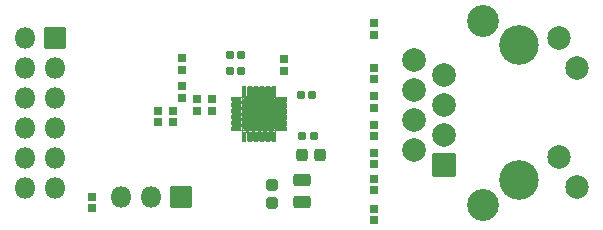
<source format=gbr>
G04 #@! TF.GenerationSoftware,KiCad,Pcbnew,6.0.4-6f826c9f35~116~ubuntu20.04.1*
G04 #@! TF.CreationDate,2022-05-16T14:00:24-07:00*
G04 #@! TF.ProjectId,ethernet-pmod,65746865-726e-4657-942d-706d6f642e6b,1.0*
G04 #@! TF.SameCoordinates,Original*
G04 #@! TF.FileFunction,Soldermask,Top*
G04 #@! TF.FilePolarity,Negative*
%FSLAX46Y46*%
G04 Gerber Fmt 4.6, Leading zero omitted, Abs format (unit mm)*
G04 Created by KiCad (PCBNEW 6.0.4-6f826c9f35~116~ubuntu20.04.1) date 2022-05-16 14:00:24*
%MOMM*%
%LPD*%
G01*
G04 APERTURE LIST*
G04 Aperture macros list*
%AMRoundRect*
0 Rectangle with rounded corners*
0 $1 Rounding radius*
0 $2 $3 $4 $5 $6 $7 $8 $9 X,Y pos of 4 corners*
0 Add a 4 corners polygon primitive as box body*
4,1,4,$2,$3,$4,$5,$6,$7,$8,$9,$2,$3,0*
0 Add four circle primitives for the rounded corners*
1,1,$1+$1,$2,$3*
1,1,$1+$1,$4,$5*
1,1,$1+$1,$6,$7*
1,1,$1+$1,$8,$9*
0 Add four rect primitives between the rounded corners*
20,1,$1+$1,$2,$3,$4,$5,0*
20,1,$1+$1,$4,$5,$6,$7,0*
20,1,$1+$1,$6,$7,$8,$9,0*
20,1,$1+$1,$8,$9,$2,$3,0*%
G04 Aperture macros list end*
%ADD10RoundRect,0.051000X-1.300000X1.300000X-1.300000X-1.300000X1.300000X-1.300000X1.300000X1.300000X0*%
%ADD11RoundRect,0.113500X-0.350000X0.062500X-0.350000X-0.062500X0.350000X-0.062500X0.350000X0.062500X0*%
%ADD12RoundRect,0.113500X-0.062500X0.350000X-0.062500X-0.350000X0.062500X-0.350000X0.062500X0.350000X0*%
%ADD13RoundRect,0.051000X-0.850000X-0.850000X0.850000X-0.850000X0.850000X0.850000X-0.850000X0.850000X0*%
%ADD14O,1.802000X1.802000*%
%ADD15RoundRect,0.198500X-0.147500X-0.172500X0.147500X-0.172500X0.147500X0.172500X-0.147500X0.172500X0*%
%ADD16RoundRect,0.198500X-0.172500X0.147500X-0.172500X-0.147500X0.172500X-0.147500X0.172500X0.147500X0*%
%ADD17RoundRect,0.198500X0.172500X-0.147500X0.172500X0.147500X-0.172500X0.147500X-0.172500X-0.147500X0*%
%ADD18RoundRect,0.269750X0.218750X0.256250X-0.218750X0.256250X-0.218750X-0.256250X0.218750X-0.256250X0*%
%ADD19RoundRect,0.269750X-0.256250X0.218750X-0.256250X-0.218750X0.256250X-0.218750X0.256250X0.218750X0*%
%ADD20RoundRect,0.294750X0.456250X-0.243750X0.456250X0.243750X-0.456250X0.243750X-0.456250X-0.243750X0*%
%ADD21C,2.002000*%
%ADD22RoundRect,0.051000X0.950000X-0.950000X0.950000X0.950000X-0.950000X0.950000X-0.950000X-0.950000X0*%
%ADD23C,1.992000*%
%ADD24C,2.702000*%
%ADD25C,3.352000*%
%ADD26RoundRect,0.198500X0.147500X0.172500X-0.147500X0.172500X-0.147500X-0.172500X0.147500X-0.172500X0*%
%ADD27RoundRect,0.051000X-0.850000X0.850000X-0.850000X-0.850000X0.850000X-0.850000X0.850000X0.850000X0*%
G04 APERTURE END LIST*
D10*
X72600000Y-63600000D03*
D11*
X74537500Y-62350000D03*
X74537500Y-62850000D03*
X74537500Y-63350000D03*
X74537500Y-63850000D03*
X74537500Y-64350000D03*
X74537500Y-64850000D03*
D12*
X73850000Y-65537500D03*
X73350000Y-65537500D03*
X72850000Y-65537500D03*
X72350000Y-65537500D03*
X71850000Y-65537500D03*
X71350000Y-65537500D03*
D11*
X70662500Y-64850000D03*
X70662500Y-64350000D03*
X70662500Y-63850000D03*
X70662500Y-63350000D03*
X70662500Y-62850000D03*
X70662500Y-62350000D03*
D12*
X71350000Y-61662500D03*
X71850000Y-61662500D03*
X72350000Y-61662500D03*
X72850000Y-61662500D03*
X73350000Y-61662500D03*
X73850000Y-61662500D03*
D13*
X55308500Y-57150000D03*
D14*
X55308500Y-59690000D03*
X55308500Y-62230000D03*
X55308500Y-64770000D03*
X55308500Y-67310000D03*
X55308500Y-69850000D03*
X52768500Y-57150000D03*
X52768500Y-59690000D03*
X52768500Y-62230000D03*
X52768500Y-64770000D03*
X52768500Y-67310000D03*
X52768500Y-69850000D03*
D15*
X70115000Y-60000000D03*
X71085000Y-60000000D03*
D16*
X67360650Y-62364789D03*
X67360650Y-63334789D03*
X74676000Y-58974000D03*
X74676000Y-59944000D03*
D17*
X82296000Y-69111000D03*
X82296000Y-70081000D03*
D15*
X70115000Y-58600000D03*
X71085000Y-58600000D03*
D18*
X76200000Y-67056000D03*
X77775000Y-67056000D03*
D19*
X73660000Y-69596000D03*
X73660000Y-71171000D03*
D20*
X76200000Y-71041500D03*
X76200000Y-69166500D03*
D21*
X85725000Y-59055000D03*
X88265000Y-60325000D03*
X85725000Y-61595000D03*
X88265000Y-62865000D03*
X85725000Y-64135000D03*
X88265000Y-65405000D03*
X85725000Y-66675000D03*
D22*
X88265000Y-67945000D03*
D23*
X99505000Y-69825000D03*
X97985000Y-67285000D03*
X99505000Y-59715000D03*
X97985000Y-57175000D03*
D24*
X91555000Y-55725000D03*
X91555000Y-71275000D03*
D25*
X94605000Y-69215000D03*
X94605000Y-57785000D03*
D16*
X82296000Y-64515000D03*
X82296000Y-65485000D03*
X82296000Y-59715000D03*
X82296000Y-60685000D03*
D17*
X82296000Y-63085000D03*
X82296000Y-62115000D03*
D15*
X76115000Y-62000000D03*
X77085000Y-62000000D03*
D17*
X82296000Y-72621000D03*
X82296000Y-71651000D03*
X66039251Y-62216781D03*
X66039251Y-61246781D03*
D16*
X66048934Y-58906591D03*
X66048934Y-59876591D03*
X64000743Y-63327326D03*
X64000743Y-64297326D03*
X65262674Y-63327326D03*
X65262674Y-64297326D03*
X82296000Y-55926000D03*
X82296000Y-56896000D03*
D26*
X77216000Y-65509000D03*
X76246000Y-65509000D03*
D17*
X58400000Y-71570000D03*
X58400000Y-70600000D03*
X82296000Y-67885000D03*
X82296000Y-66915000D03*
D27*
X65940000Y-70600000D03*
D14*
X63400000Y-70600000D03*
X60860000Y-70600000D03*
D16*
X68627228Y-63337560D03*
X68627228Y-62367560D03*
G36*
X73503894Y-61245456D02*
G01*
X73550945Y-61284777D01*
X73619661Y-61293408D01*
X73682291Y-61263444D01*
X73689798Y-61254781D01*
X73691688Y-61254127D01*
X73693199Y-61255437D01*
X73692972Y-61257202D01*
X73684525Y-61269844D01*
X73676000Y-61312699D01*
X73676000Y-62012301D01*
X73684525Y-62055156D01*
X73708685Y-62091315D01*
X73744844Y-62115475D01*
X73787699Y-62124000D01*
X73912301Y-62124000D01*
X73955156Y-62115475D01*
X73991315Y-62091315D01*
X74015475Y-62055156D01*
X74018136Y-62041781D01*
X74019455Y-62040277D01*
X74021417Y-62040667D01*
X74022090Y-62041993D01*
X74027555Y-62103067D01*
X74070042Y-62157761D01*
X74135515Y-62180860D01*
X74146950Y-62180043D01*
X74148749Y-62180917D01*
X74148892Y-62182912D01*
X74147483Y-62184000D01*
X74144844Y-62184525D01*
X74108685Y-62208685D01*
X74084525Y-62244844D01*
X74076000Y-62287699D01*
X74076000Y-62412301D01*
X74084525Y-62455156D01*
X74108685Y-62491315D01*
X74144844Y-62515475D01*
X74187699Y-62524000D01*
X74887301Y-62524000D01*
X74930156Y-62515475D01*
X74951898Y-62500948D01*
X74953894Y-62500817D01*
X74955005Y-62502480D01*
X74954544Y-62503894D01*
X74915223Y-62550945D01*
X74906592Y-62619661D01*
X74936556Y-62682291D01*
X74945219Y-62689798D01*
X74945873Y-62691688D01*
X74944563Y-62693199D01*
X74942798Y-62692972D01*
X74930156Y-62684525D01*
X74887301Y-62676000D01*
X74187699Y-62676000D01*
X74144844Y-62684525D01*
X74108685Y-62708685D01*
X74084525Y-62744844D01*
X74076000Y-62787699D01*
X74076000Y-62912301D01*
X74084525Y-62955156D01*
X74108685Y-62991315D01*
X74144844Y-63015475D01*
X74187699Y-63024000D01*
X74887301Y-63024000D01*
X74930156Y-63015475D01*
X74951898Y-63000948D01*
X74953894Y-63000817D01*
X74955005Y-63002480D01*
X74954544Y-63003894D01*
X74915223Y-63050945D01*
X74906592Y-63119661D01*
X74936556Y-63182291D01*
X74945219Y-63189798D01*
X74945873Y-63191688D01*
X74944563Y-63193199D01*
X74942798Y-63192972D01*
X74930156Y-63184525D01*
X74887301Y-63176000D01*
X74187699Y-63176000D01*
X74144844Y-63184525D01*
X74108685Y-63208685D01*
X74084525Y-63244844D01*
X74076000Y-63287699D01*
X74076000Y-63412301D01*
X74084525Y-63455156D01*
X74108685Y-63491315D01*
X74144844Y-63515475D01*
X74187699Y-63524000D01*
X74887301Y-63524000D01*
X74930156Y-63515475D01*
X74951898Y-63500948D01*
X74953894Y-63500817D01*
X74955005Y-63502480D01*
X74954544Y-63503894D01*
X74915223Y-63550945D01*
X74906592Y-63619661D01*
X74936556Y-63682291D01*
X74945219Y-63689798D01*
X74945873Y-63691688D01*
X74944563Y-63693199D01*
X74942798Y-63692972D01*
X74930156Y-63684525D01*
X74887301Y-63676000D01*
X74187699Y-63676000D01*
X74144844Y-63684525D01*
X74108685Y-63708685D01*
X74084525Y-63744844D01*
X74076000Y-63787699D01*
X74076000Y-63912301D01*
X74084525Y-63955156D01*
X74108685Y-63991315D01*
X74144844Y-64015475D01*
X74187699Y-64024000D01*
X74887301Y-64024000D01*
X74930156Y-64015475D01*
X74951898Y-64000948D01*
X74953894Y-64000817D01*
X74955005Y-64002480D01*
X74954544Y-64003894D01*
X74915223Y-64050945D01*
X74906592Y-64119661D01*
X74936556Y-64182291D01*
X74945219Y-64189798D01*
X74945873Y-64191688D01*
X74944563Y-64193199D01*
X74942798Y-64192972D01*
X74930156Y-64184525D01*
X74887301Y-64176000D01*
X74187699Y-64176000D01*
X74144844Y-64184525D01*
X74108685Y-64208685D01*
X74084525Y-64244844D01*
X74076000Y-64287699D01*
X74076000Y-64412301D01*
X74084525Y-64455156D01*
X74108685Y-64491315D01*
X74144844Y-64515475D01*
X74187699Y-64524000D01*
X74887301Y-64524000D01*
X74930156Y-64515475D01*
X74951898Y-64500948D01*
X74953894Y-64500817D01*
X74955005Y-64502480D01*
X74954544Y-64503894D01*
X74915223Y-64550945D01*
X74906592Y-64619661D01*
X74936556Y-64682291D01*
X74945219Y-64689798D01*
X74945873Y-64691688D01*
X74944563Y-64693199D01*
X74942798Y-64692972D01*
X74930156Y-64684525D01*
X74887301Y-64676000D01*
X74187699Y-64676000D01*
X74144844Y-64684525D01*
X74108685Y-64708685D01*
X74084525Y-64744844D01*
X74076000Y-64787699D01*
X74076000Y-64912301D01*
X74084525Y-64955156D01*
X74108685Y-64991315D01*
X74144844Y-65015475D01*
X74158219Y-65018136D01*
X74159723Y-65019455D01*
X74159333Y-65021417D01*
X74158007Y-65022090D01*
X74096933Y-65027555D01*
X74042239Y-65070042D01*
X74019140Y-65135515D01*
X74019957Y-65146950D01*
X74019083Y-65148749D01*
X74017088Y-65148892D01*
X74016000Y-65147483D01*
X74015475Y-65144844D01*
X73991315Y-65108685D01*
X73955156Y-65084525D01*
X73912301Y-65076000D01*
X73787699Y-65076000D01*
X73744844Y-65084525D01*
X73708685Y-65108685D01*
X73684525Y-65144844D01*
X73676000Y-65187699D01*
X73676000Y-65887301D01*
X73684525Y-65930156D01*
X73699052Y-65951898D01*
X73699183Y-65953894D01*
X73697520Y-65955005D01*
X73696106Y-65954544D01*
X73649055Y-65915223D01*
X73580339Y-65906592D01*
X73517709Y-65936556D01*
X73510202Y-65945219D01*
X73508312Y-65945873D01*
X73506801Y-65944563D01*
X73507028Y-65942798D01*
X73515475Y-65930156D01*
X73524000Y-65887301D01*
X73524000Y-65187699D01*
X73515475Y-65144844D01*
X73491315Y-65108685D01*
X73455156Y-65084525D01*
X73412301Y-65076000D01*
X73287699Y-65076000D01*
X73244844Y-65084525D01*
X73208685Y-65108685D01*
X73184525Y-65144844D01*
X73176000Y-65187699D01*
X73176000Y-65887301D01*
X73184525Y-65930156D01*
X73199052Y-65951898D01*
X73199183Y-65953894D01*
X73197520Y-65955005D01*
X73196106Y-65954544D01*
X73149055Y-65915223D01*
X73080339Y-65906592D01*
X73017709Y-65936556D01*
X73010202Y-65945219D01*
X73008312Y-65945873D01*
X73006801Y-65944563D01*
X73007028Y-65942798D01*
X73015475Y-65930156D01*
X73024000Y-65887301D01*
X73024000Y-65187699D01*
X73015475Y-65144844D01*
X72991315Y-65108685D01*
X72955156Y-65084525D01*
X72912301Y-65076000D01*
X72787699Y-65076000D01*
X72744844Y-65084525D01*
X72708685Y-65108685D01*
X72684525Y-65144844D01*
X72676000Y-65187699D01*
X72676000Y-65887301D01*
X72684525Y-65930156D01*
X72699052Y-65951898D01*
X72699183Y-65953894D01*
X72697520Y-65955005D01*
X72696106Y-65954544D01*
X72649055Y-65915223D01*
X72580339Y-65906592D01*
X72517709Y-65936556D01*
X72510202Y-65945219D01*
X72508312Y-65945873D01*
X72506801Y-65944563D01*
X72507028Y-65942798D01*
X72515475Y-65930156D01*
X72524000Y-65887301D01*
X72524000Y-65187699D01*
X72515475Y-65144844D01*
X72491315Y-65108685D01*
X72455156Y-65084525D01*
X72412301Y-65076000D01*
X72287699Y-65076000D01*
X72244844Y-65084525D01*
X72208685Y-65108685D01*
X72184525Y-65144844D01*
X72176000Y-65187699D01*
X72176000Y-65887301D01*
X72184525Y-65930156D01*
X72199052Y-65951898D01*
X72199183Y-65953894D01*
X72197520Y-65955005D01*
X72196106Y-65954544D01*
X72149055Y-65915223D01*
X72080339Y-65906592D01*
X72017709Y-65936556D01*
X72010202Y-65945219D01*
X72008312Y-65945873D01*
X72006801Y-65944563D01*
X72007028Y-65942798D01*
X72015475Y-65930156D01*
X72024000Y-65887301D01*
X72024000Y-65187699D01*
X72015475Y-65144844D01*
X71991315Y-65108685D01*
X71955156Y-65084525D01*
X71912301Y-65076000D01*
X71787699Y-65076000D01*
X71744844Y-65084525D01*
X71708685Y-65108685D01*
X71684525Y-65144844D01*
X71676000Y-65187699D01*
X71676000Y-65887301D01*
X71684525Y-65930156D01*
X71699052Y-65951898D01*
X71699183Y-65953894D01*
X71697520Y-65955005D01*
X71696106Y-65954544D01*
X71649055Y-65915223D01*
X71580339Y-65906592D01*
X71517709Y-65936556D01*
X71510202Y-65945219D01*
X71508312Y-65945873D01*
X71506801Y-65944563D01*
X71507028Y-65942798D01*
X71515475Y-65930156D01*
X71524000Y-65887301D01*
X71524000Y-65187699D01*
X71515475Y-65144844D01*
X71491315Y-65108685D01*
X71455156Y-65084525D01*
X71412301Y-65076000D01*
X71287699Y-65076000D01*
X71244844Y-65084525D01*
X71208685Y-65108685D01*
X71184525Y-65144844D01*
X71181864Y-65158219D01*
X71180545Y-65159723D01*
X71178583Y-65159333D01*
X71177910Y-65158007D01*
X71172445Y-65096933D01*
X71129958Y-65042239D01*
X71064485Y-65019140D01*
X71053050Y-65019957D01*
X71051251Y-65019083D01*
X71051108Y-65017088D01*
X71052517Y-65016000D01*
X71055156Y-65015475D01*
X71091315Y-64991315D01*
X71115475Y-64955156D01*
X71124000Y-64912301D01*
X71124000Y-64899801D01*
X71251000Y-64899801D01*
X71254767Y-64918738D01*
X71265380Y-64934620D01*
X71281262Y-64945233D01*
X71300199Y-64949000D01*
X73899801Y-64949000D01*
X73918738Y-64945233D01*
X73934620Y-64934620D01*
X73945233Y-64918738D01*
X73949000Y-64899801D01*
X73949000Y-62300199D01*
X73945233Y-62281262D01*
X73934620Y-62265380D01*
X73918738Y-62254767D01*
X73899801Y-62251000D01*
X71300199Y-62251000D01*
X71281262Y-62254767D01*
X71265380Y-62265380D01*
X71254767Y-62281262D01*
X71251000Y-62300199D01*
X71251000Y-64899801D01*
X71124000Y-64899801D01*
X71124000Y-64787699D01*
X71115475Y-64744844D01*
X71091315Y-64708685D01*
X71055156Y-64684525D01*
X71012301Y-64676000D01*
X70312699Y-64676000D01*
X70269844Y-64684525D01*
X70248102Y-64699052D01*
X70246106Y-64699183D01*
X70244995Y-64697520D01*
X70245456Y-64696106D01*
X70284777Y-64649055D01*
X70293408Y-64580339D01*
X70263444Y-64517709D01*
X70254781Y-64510202D01*
X70254127Y-64508312D01*
X70255437Y-64506801D01*
X70257202Y-64507028D01*
X70269844Y-64515475D01*
X70312699Y-64524000D01*
X71012301Y-64524000D01*
X71055156Y-64515475D01*
X71091315Y-64491315D01*
X71115475Y-64455156D01*
X71124000Y-64412301D01*
X71124000Y-64287699D01*
X71115475Y-64244844D01*
X71091315Y-64208685D01*
X71055156Y-64184525D01*
X71012301Y-64176000D01*
X70312699Y-64176000D01*
X70269844Y-64184525D01*
X70248102Y-64199052D01*
X70246106Y-64199183D01*
X70244995Y-64197520D01*
X70245456Y-64196106D01*
X70284777Y-64149055D01*
X70293408Y-64080339D01*
X70263444Y-64017709D01*
X70254781Y-64010202D01*
X70254127Y-64008312D01*
X70255437Y-64006801D01*
X70257202Y-64007028D01*
X70269844Y-64015475D01*
X70312699Y-64024000D01*
X71012301Y-64024000D01*
X71055156Y-64015475D01*
X71091315Y-63991315D01*
X71115475Y-63955156D01*
X71124000Y-63912301D01*
X71124000Y-63787699D01*
X71115475Y-63744844D01*
X71091315Y-63708685D01*
X71055156Y-63684525D01*
X71012301Y-63676000D01*
X70312699Y-63676000D01*
X70269844Y-63684525D01*
X70248102Y-63699052D01*
X70246106Y-63699183D01*
X70244995Y-63697520D01*
X70245456Y-63696106D01*
X70284777Y-63649055D01*
X70293408Y-63580339D01*
X70263444Y-63517709D01*
X70254781Y-63510202D01*
X70254127Y-63508312D01*
X70255437Y-63506801D01*
X70257202Y-63507028D01*
X70269844Y-63515475D01*
X70312699Y-63524000D01*
X71012301Y-63524000D01*
X71055156Y-63515475D01*
X71091315Y-63491315D01*
X71115475Y-63455156D01*
X71124000Y-63412301D01*
X71124000Y-63287699D01*
X71115475Y-63244844D01*
X71091315Y-63208685D01*
X71055156Y-63184525D01*
X71012301Y-63176000D01*
X70312699Y-63176000D01*
X70269844Y-63184525D01*
X70248102Y-63199052D01*
X70246106Y-63199183D01*
X70244995Y-63197520D01*
X70245456Y-63196106D01*
X70284777Y-63149055D01*
X70293408Y-63080339D01*
X70263444Y-63017709D01*
X70254781Y-63010202D01*
X70254127Y-63008312D01*
X70255437Y-63006801D01*
X70257202Y-63007028D01*
X70269844Y-63015475D01*
X70312699Y-63024000D01*
X71012301Y-63024000D01*
X71055156Y-63015475D01*
X71091315Y-62991315D01*
X71115475Y-62955156D01*
X71124000Y-62912301D01*
X71124000Y-62787699D01*
X71115475Y-62744844D01*
X71091315Y-62708685D01*
X71055156Y-62684525D01*
X71012301Y-62676000D01*
X70312699Y-62676000D01*
X70269844Y-62684525D01*
X70248102Y-62699052D01*
X70246106Y-62699183D01*
X70244995Y-62697520D01*
X70245456Y-62696106D01*
X70284777Y-62649055D01*
X70293408Y-62580339D01*
X70263444Y-62517709D01*
X70254781Y-62510202D01*
X70254127Y-62508312D01*
X70255437Y-62506801D01*
X70257202Y-62507028D01*
X70269844Y-62515475D01*
X70312699Y-62524000D01*
X71012301Y-62524000D01*
X71055156Y-62515475D01*
X71091315Y-62491315D01*
X71115475Y-62455156D01*
X71124000Y-62412301D01*
X71124000Y-62287699D01*
X71115475Y-62244844D01*
X71091315Y-62208685D01*
X71055156Y-62184525D01*
X71041781Y-62181864D01*
X71040277Y-62180545D01*
X71040667Y-62178583D01*
X71041993Y-62177910D01*
X71103067Y-62172445D01*
X71157761Y-62129958D01*
X71180860Y-62064485D01*
X71180043Y-62053050D01*
X71180917Y-62051251D01*
X71182912Y-62051108D01*
X71184000Y-62052517D01*
X71184525Y-62055156D01*
X71208685Y-62091315D01*
X71244844Y-62115475D01*
X71287699Y-62124000D01*
X71412301Y-62124000D01*
X71455156Y-62115475D01*
X71491315Y-62091315D01*
X71515475Y-62055156D01*
X71524000Y-62012301D01*
X71524000Y-61312699D01*
X71515475Y-61269844D01*
X71500948Y-61248102D01*
X71500817Y-61246106D01*
X71502480Y-61244995D01*
X71503894Y-61245456D01*
X71550945Y-61284777D01*
X71619661Y-61293408D01*
X71682291Y-61263444D01*
X71689798Y-61254781D01*
X71691688Y-61254127D01*
X71693199Y-61255437D01*
X71692972Y-61257202D01*
X71684525Y-61269844D01*
X71676000Y-61312699D01*
X71676000Y-62012301D01*
X71684525Y-62055156D01*
X71708685Y-62091315D01*
X71744844Y-62115475D01*
X71787699Y-62124000D01*
X71912301Y-62124000D01*
X71955156Y-62115475D01*
X71991315Y-62091315D01*
X72015475Y-62055156D01*
X72024000Y-62012301D01*
X72024000Y-61312699D01*
X72015475Y-61269844D01*
X72000948Y-61248102D01*
X72000817Y-61246106D01*
X72002480Y-61244995D01*
X72003894Y-61245456D01*
X72050945Y-61284777D01*
X72119661Y-61293408D01*
X72182291Y-61263444D01*
X72189798Y-61254781D01*
X72191688Y-61254127D01*
X72193199Y-61255437D01*
X72192972Y-61257202D01*
X72184525Y-61269844D01*
X72176000Y-61312699D01*
X72176000Y-62012301D01*
X72184525Y-62055156D01*
X72208685Y-62091315D01*
X72244844Y-62115475D01*
X72287699Y-62124000D01*
X72412301Y-62124000D01*
X72455156Y-62115475D01*
X72491315Y-62091315D01*
X72515475Y-62055156D01*
X72524000Y-62012301D01*
X72524000Y-61312699D01*
X72515475Y-61269844D01*
X72500948Y-61248102D01*
X72500817Y-61246106D01*
X72502480Y-61244995D01*
X72503894Y-61245456D01*
X72550945Y-61284777D01*
X72619661Y-61293408D01*
X72682291Y-61263444D01*
X72689798Y-61254781D01*
X72691688Y-61254127D01*
X72693199Y-61255437D01*
X72692972Y-61257202D01*
X72684525Y-61269844D01*
X72676000Y-61312699D01*
X72676000Y-62012301D01*
X72684525Y-62055156D01*
X72708685Y-62091315D01*
X72744844Y-62115475D01*
X72787699Y-62124000D01*
X72912301Y-62124000D01*
X72955156Y-62115475D01*
X72991315Y-62091315D01*
X73015475Y-62055156D01*
X73024000Y-62012301D01*
X73024000Y-61312699D01*
X73015475Y-61269844D01*
X73000948Y-61248102D01*
X73000817Y-61246106D01*
X73002480Y-61244995D01*
X73003894Y-61245456D01*
X73050945Y-61284777D01*
X73119661Y-61293408D01*
X73182291Y-61263444D01*
X73189798Y-61254781D01*
X73191688Y-61254127D01*
X73193199Y-61255437D01*
X73192972Y-61257202D01*
X73184525Y-61269844D01*
X73176000Y-61312699D01*
X73176000Y-62012301D01*
X73184525Y-62055156D01*
X73208685Y-62091315D01*
X73244844Y-62115475D01*
X73287699Y-62124000D01*
X73412301Y-62124000D01*
X73455156Y-62115475D01*
X73491315Y-62091315D01*
X73515475Y-62055156D01*
X73524000Y-62012301D01*
X73524000Y-61312699D01*
X73515475Y-61269844D01*
X73500948Y-61248102D01*
X73500817Y-61246106D01*
X73502480Y-61244995D01*
X73503894Y-61245456D01*
G37*
M02*

</source>
